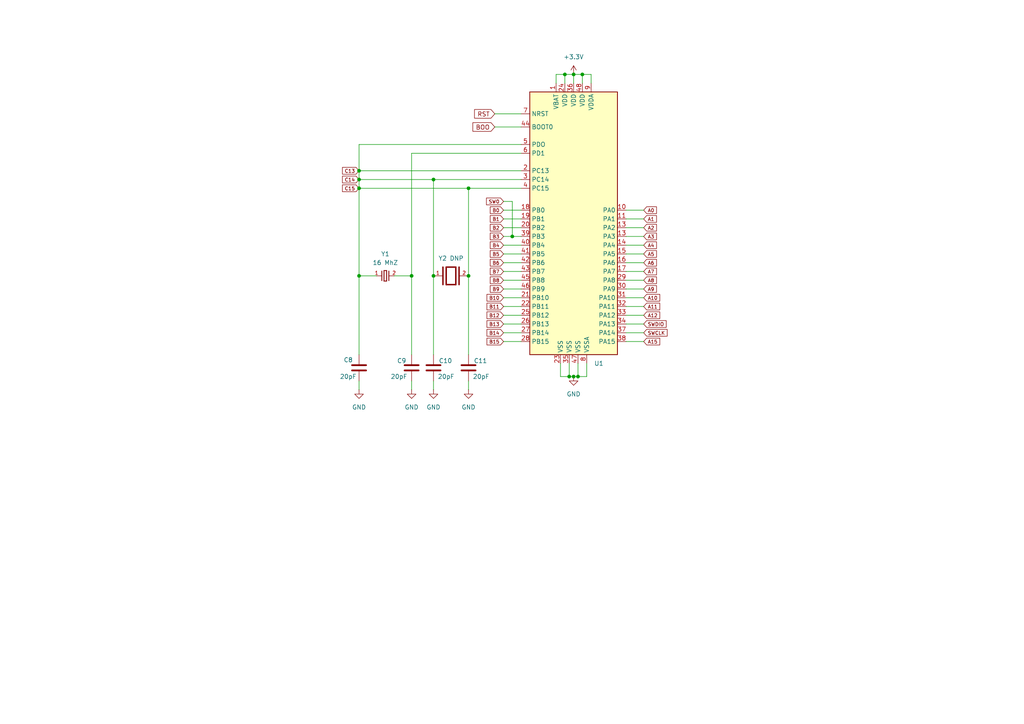
<source format=kicad_sch>
(kicad_sch (version 20250114) (generator "eeschema") (generator_version "9.0")
  (paper "A4")
  (lib_symbols
    (symbol "CM8V-T1A-32.768KHZ-12.5PF-20PPM-TA-QA:CM8V-T1A-32.768KHZ-12.5PF-20PPM-TA-QA" (pin_names (offset 1.016))
      (property "Reference" "Y" (at -5.0878 3.8159 0))
      (property "Value" "CM8V-T1A-32.768KHZ-12.5PF-20PPM-TA-QA" (at -5.0944 -5.0944 0))
      (symbol "CM8V-T1A-32.768KHZ-12.5PF-20PPM-TA-QA_0_0"
        (polyline (pts (xy -2.3368 2.54) (xy -2.3368 -2.54)) (stroke (width 0.4064)))
        (polyline (pts (xy -1.397 2.54) (xy -1.397 -2.54)) (stroke (width 0.4064)))
        (polyline (pts (xy -1.397 2.54) (xy 1.397 2.54)) (stroke (width 0.4064)))
        (polyline (pts (xy 1.397 2.54) (xy 1.397 -2.54)) (stroke (width 0.4064)))
        (polyline (pts (xy 1.397 -2.54) (xy -1.397 -2.54)) (stroke (width 0.4064)))
        (polyline (pts (xy 2.3368 2.54) (xy 2.3368 -2.54)) (stroke (width 0.4064)))
        (pin passive line (at -5.08 0 0) (length 2.54) (name "~") (number "1"))
        (pin passive line (at 5.08 0 180) (length 2.54) (name "~") (number "2"))
      )
    )
    (symbol "Device:C" (pin_numbers (hide yes)) (pin_names (offset 0.254))
      (property "Reference" "C" (at 0.635 2.54 0))
      (property "Value" "C" (at 0.635 -2.54 0))
      (symbol "C_0_1"
        (polyline (pts (xy -2.032 0.762) (xy 2.032 0.762)) (stroke (width 0.508)))
        (polyline (pts (xy -2.032 -0.762) (xy 2.032 -0.762)) (stroke (width 0.508)))
      )
      (symbol "C_1_1"
        (pin passive line (at 0 3.81 270) (length 2.794) (name "~") (number "1"))
        (pin passive line (at 0 -3.81 90) (length 2.794) (name "~") (number "2"))
      )
    )
    (symbol "LFXTAL003237:LFXTAL003237" (pin_names (offset 1.016))
      (property "Reference" "Y" (at -0.16 2.516 0))
      (property "Value" "LFXTAL003237" (at -2.66 -3.04 0))
      (symbol "LFXTAL003237_0_0"
        (polyline (pts (xy -2.54 0) (xy -1.016 0)) (stroke (width 0.1524)))
        (polyline (pts (xy -1.016 1.378) (xy -1.016 -1.378)) (stroke (width 0.254)))
        (polyline (pts (xy -0.381 1.524) (xy -0.381 -1.524)) (stroke (width 0.254)))
        (polyline (pts (xy -0.381 -1.524) (xy 0.381 -1.524)) (stroke (width 0.254)))
        (polyline (pts (xy 0.381 1.524) (xy -0.381 1.524)) (stroke (width 0.254)))
        (polyline (pts (xy 0.381 -1.524) (xy 0.381 1.524)) (stroke (width 0.254)))
        (polyline (pts (xy 1.016 1.378) (xy 1.016 -1.378)) (stroke (width 0.254)))
        (polyline (pts (xy 1.016 0) (xy 2.54 0)) (stroke (width 0.1524)))
        (pin passive line (at -2.54 0 0) (length 0) (name "~") (number "1"))
        (pin passive line (at 2.54 0 180) (length 0) (name "~") (number "2"))
      )
    )
    (symbol "greenpill:PROCESSOR"
      (property "Reference" "U" (at -10.16 34.29 0))
      (symbol "PROCESSOR_0_1"
        (rectangle (start -10.16 33.02) (end 15.24 -43.18) (stroke (width 0.254)) (fill (type background)))
      )
      (symbol "PROCESSOR_1_1"
        (pin input line (at -12.7 26.67 0) (length 2.54) (name "NRST") (number "7"))
        (pin output line (at -12.7 22.86 0) (length 2.54) (name "BOOT0") (number "44"))
        (pin input line (at -12.7 17.78 0) (length 2.54) (name "PDO") (number "5"))
        (pin input line (at -12.7 15.24 0) (length 2.54) (name "PD1") (number "6"))
        (pin input line (at -12.7 10.16 0) (length 2.54) (name "PC13") (number "2"))
        (pin input line (at -12.7 7.62 0) (length 2.54) (name "PC14") (number "3"))
        (pin input line (at -12.7 5.08 0) (length 2.54) (name "PC15") (number "4"))
        (pin bidirectional line (at -12.7 -1.27 0) (length 2.54) (name "PB0") (number "18"))
        (pin bidirectional line (at -12.7 -3.81 0) (length 2.54) (name "PB1") (number "19"))
        (pin bidirectional line (at -12.7 -6.35 0) (length 2.54) (name "PB2") (number "20"))
        (pin bidirectional line (at -12.7 -8.89 0) (length 2.54) (name "PB3") (number "39"))
        (pin bidirectional line (at -12.7 -11.43 0) (length 2.54) (name "PB4") (number "40"))
        (pin bidirectional line (at -12.7 -13.97 0) (length 2.54) (name "PB5") (number "41"))
        (pin bidirectional line (at -12.7 -16.51 0) (length 2.54) (name "PB6") (number "42"))
        (pin bidirectional line (at -12.7 -19.05 0) (length 2.54) (name "PB7") (number "43"))
        (pin bidirectional line (at -12.7 -21.59 0) (length 2.54) (name "PB8") (number "45"))
        (pin bidirectional line (at -12.7 -24.13 0) (length 2.54) (name "PB9") (number "46"))
        (pin bidirectional line (at -12.7 -26.67 0) (length 2.54) (name "PB10") (number "21"))
        (pin bidirectional line (at -12.7 -29.21 0) (length 2.54) (name "PB11") (number "22"))
        (pin bidirectional line (at -12.7 -31.75 0) (length 2.54) (name "PB12") (number "25"))
        (pin bidirectional line (at -12.7 -34.29 0) (length 2.54) (name "PB13") (number "26"))
        (pin bidirectional line (at -12.7 -36.83 0) (length 2.54) (name "PB14") (number "27"))
        (pin bidirectional line (at -12.7 -39.37 0) (length 2.54) (name "PB15") (number "28"))
        (pin power_in line (at -2.54 35.56 270) (length 2.54) (name "VBAT") (number "1"))
        (pin power_in line (at -1.27 -45.72 90) (length 2.54) (name "VSS") (number "23"))
        (pin power_in line (at 0 35.56 270) (length 2.54) (name "VDD") (number "24"))
        (pin power_in line (at 1.27 -45.72 90) (length 2.54) (name "VSS") (number "35"))
        (pin power_in line (at 2.54 35.56 270) (length 2.54) (name "VDD") (number "36"))
        (pin power_in line (at 3.81 -45.72 90) (length 2.54) (name "VSS") (number "47"))
        (pin power_in line (at 5.08 35.56 270) (length 2.54) (name "VDD") (number "48"))
        (pin power_in line (at 6.35 -45.72 90) (length 2.54) (name "VSSA") (number "8"))
        (pin power_in line (at 7.62 35.56 270) (length 2.54) (name "VDDA") (number "9"))
        (pin bidirectional line (at 17.78 -1.27 180) (length 2.54) (name "PA0") (number "10"))
        (pin bidirectional line (at 17.78 -3.81 180) (length 2.54) (name "PA1") (number "11"))
        (pin bidirectional line (at 17.78 -6.35 180) (length 2.54) (name "PA2") (number "13"))
        (pin bidirectional line (at 17.78 -8.89 180) (length 2.54) (name "PA3") (number "13"))
        (pin bidirectional line (at 17.78 -11.43 180) (length 2.54) (name "PA4") (number "14"))
        (pin bidirectional line (at 17.78 -13.97 180) (length 2.54) (name "PA5") (number "15"))
        (pin bidirectional line (at 17.78 -16.51 180) (length 2.54) (name "PA6") (number "16"))
        (pin bidirectional line (at 17.78 -19.05 180) (length 2.54) (name "PA7") (number "17"))
        (pin bidirectional line (at 17.78 -21.59 180) (length 2.54) (name "PA8") (number "29"))
        (pin bidirectional line (at 17.78 -24.13 180) (length 2.54) (name "PA9") (number "30"))
        (pin bidirectional line (at 17.78 -26.67 180) (length 2.54) (name "PA10") (number "31"))
        (pin bidirectional line (at 17.78 -29.21 180) (length 2.54) (name "PA11") (number "32"))
        (pin bidirectional line (at 17.78 -31.75 180) (length 2.54) (name "PA12") (number "33"))
        (pin bidirectional line (at 17.78 -34.29 180) (length 2.54) (name "PA13") (number "34"))
        (pin bidirectional line (at 17.78 -36.83 180) (length 2.54) (name "PA14") (number "37"))
        (pin bidirectional line (at 17.78 -39.37 180) (length 2.54) (name "PA15") (number "38"))
      )
    )
    (symbol "power:+3.3V" (power) (pin_numbers (hide yes)) (pin_names (offset 0) (hide yes))
      (property "Value" "+3.3V" (at 0 3.556 0))
      (symbol "+3.3V_0_1"
        (polyline (pts (xy -0.762 1.27) (xy 0 2.54)))
        (polyline (pts (xy 0 2.54) (xy 0.762 1.27)))
        (polyline (pts (xy 0 0) (xy 0 2.54)))
      )
      (symbol "+3.3V_1_1"
        (pin power_in line (at 0 0 90) (length 0) (name "~") (number "1"))
      )
    )
    (symbol "power:GND" (power) (pin_numbers (hide yes)) (pin_names (offset 0) (hide yes))
      (property "Value" "GND" (at 0 -3.81 0))
      (symbol "GND_0_1"
        (polyline (pts (xy 0 0) (xy 0 -1.27) (xy 1.27 -1.27) (xy 0 -2.54) (xy -1.27 -1.27) (xy 0 -1.27)))
      )
      (symbol "GND_1_1"
        (pin power_in line (at 0 0 270) (length 0) (name "~") (number "1"))
      )
    )
  )
  (junction (at 104.14 54.61))
  (junction (at 125.73 80.01))
  (junction (at 125.73 52.07))
  (junction (at 148.59 68.58))
  (junction (at 135.89 54.61))
  (junction (at 119.38 80.01))
  (junction (at 166.37 21.59))
  (junction (at 104.14 80.01))
  (junction (at 135.89 80.01))
  (junction (at 104.14 52.07))
  (junction (at 165.1 109.22))
  (junction (at 163.83 21.59))
  (junction (at 168.91 21.59))
  (junction (at 167.64 109.22))
  (junction (at 104.14 49.53))
  (junction (at 166.37 109.22))
  (wire (pts (xy 104.14 49.53) (xy 104.14 52.07)))
  (wire (pts (xy 146.05 93.98) (xy 151.13 93.98)))
  (wire (pts (xy 167.64 105.41) (xy 167.64 109.22)))
  (wire (pts (xy 143.51 33.02) (xy 151.13 33.02)))
  (wire (pts (xy 186.69 93.98) (xy 181.61 93.98)))
  (wire (pts (xy 170.18 109.22) (xy 170.18 105.41)))
  (wire (pts (xy 104.14 52.07) (xy 104.14 54.61)))
  (wire (pts (xy 186.69 83.82) (xy 181.61 83.82)))
  (wire (pts (xy 186.69 99.06) (xy 181.61 99.06)))
  (wire (pts (xy 109.22 80.01) (xy 104.14 80.01)))
  (wire (pts (xy 186.69 76.2) (xy 181.61 76.2)))
  (wire (pts (xy 167.64 109.22) (xy 170.18 109.22)))
  (wire (pts (xy 146.05 78.74) (xy 151.13 78.74)))
  (wire (pts (xy 186.69 88.9) (xy 181.61 88.9)))
  (wire (pts (xy 161.29 21.59) (xy 163.83 21.59)))
  (wire (pts (xy 186.69 71.12) (xy 181.61 71.12)))
  (wire (pts (xy 135.89 80.01) (xy 135.89 54.61)))
  (wire (pts (xy 146.05 63.5) (xy 151.13 63.5)))
  (wire (pts (xy 146.05 71.12) (xy 151.13 71.12)))
  (wire (pts (xy 165.1 105.41) (xy 165.1 109.22)))
  (wire (pts (xy 168.91 21.59) (xy 171.45 21.59)))
  (wire (pts (xy 171.45 21.59) (xy 171.45 24.13)))
  (wire (pts (xy 119.38 80.01) (xy 119.38 102.87)))
  (wire (pts (xy 186.69 66.04) (xy 181.61 66.04)))
  (wire (pts (xy 125.73 52.07) (xy 125.73 80.01)))
  (wire (pts (xy 186.69 96.52) (xy 181.61 96.52)))
  (wire (pts (xy 104.14 54.61) (xy 104.14 80.01)))
  (wire (pts (xy 146.05 91.44) (xy 151.13 91.44)))
  (wire (pts (xy 151.13 49.53) (xy 104.14 49.53)))
  (wire (pts (xy 146.05 66.04) (xy 151.13 66.04)))
  (wire (pts (xy 146.05 96.52) (xy 151.13 96.52)))
  (wire (pts (xy 143.51 36.83) (xy 151.13 36.83)))
  (wire (pts (xy 146.05 58.42) (xy 148.59 58.42)))
  (wire (pts (xy 162.56 109.22) (xy 165.1 109.22)))
  (wire (pts (xy 151.13 44.45) (xy 119.38 44.45)))
  (wire (pts (xy 186.69 73.66) (xy 181.61 73.66)))
  (wire (pts (xy 104.14 41.91) (xy 104.14 49.53)))
  (wire (pts (xy 146.05 83.82) (xy 151.13 83.82)))
  (wire (pts (xy 146.05 88.9) (xy 151.13 88.9)))
  (wire (pts (xy 148.59 68.58) (xy 151.13 68.58)))
  (wire (pts (xy 161.29 24.13) (xy 161.29 21.59)))
  (wire (pts (xy 146.05 73.66) (xy 151.13 73.66)))
  (wire (pts (xy 163.83 21.59) (xy 166.37 21.59)))
  (wire (pts (xy 104.14 110.49) (xy 104.14 113.03)))
  (wire (pts (xy 186.69 68.58) (xy 181.61 68.58)))
  (wire (pts (xy 186.69 81.28) (xy 181.61 81.28)))
  (wire (pts (xy 135.89 102.87) (xy 135.89 80.01)))
  (wire (pts (xy 148.59 68.58) (xy 148.59 58.42)))
  (wire (pts (xy 186.69 60.96) (xy 181.61 60.96)))
  (wire (pts (xy 186.69 86.36) (xy 181.61 86.36)))
  (wire (pts (xy 166.37 24.13) (xy 166.37 21.59)))
  (wire (pts (xy 166.37 21.59) (xy 168.91 21.59)))
  (wire (pts (xy 186.69 91.44) (xy 181.61 91.44)))
  (wire (pts (xy 119.38 110.49) (xy 119.38 113.03)))
  (wire (pts (xy 146.05 76.2) (xy 151.13 76.2)))
  (wire (pts (xy 165.1 109.22) (xy 166.37 109.22)))
  (wire (pts (xy 146.05 81.28) (xy 151.13 81.28)))
  (wire (pts (xy 135.89 54.61) (xy 151.13 54.61)))
  (wire (pts (xy 186.69 63.5) (xy 181.61 63.5)))
  (wire (pts (xy 104.14 52.07) (xy 125.73 52.07)))
  (wire (pts (xy 162.56 105.41) (xy 162.56 109.22)))
  (wire (pts (xy 135.89 110.49) (xy 135.89 113.03)))
  (wire (pts (xy 186.69 78.74) (xy 181.61 78.74)))
  (wire (pts (xy 151.13 41.91) (xy 104.14 41.91)))
  (wire (pts (xy 125.73 110.49) (xy 125.73 113.03)))
  (wire (pts (xy 119.38 44.45) (xy 119.38 80.01)))
  (wire (pts (xy 166.37 109.22) (xy 167.64 109.22)))
  (wire (pts (xy 125.73 80.01) (xy 125.73 102.87)))
  (wire (pts (xy 146.05 86.36) (xy 151.13 86.36)))
  (wire (pts (xy 168.91 24.13) (xy 168.91 21.59)))
  (wire (pts (xy 163.83 24.13) (xy 163.83 21.59)))
  (wire (pts (xy 104.14 80.01) (xy 104.14 102.87)))
  (wire (pts (xy 146.05 60.96) (xy 151.13 60.96)))
  (wire (pts (xy 146.05 99.06) (xy 151.13 99.06)))
  (wire (pts (xy 104.14 54.61) (xy 135.89 54.61)))
  (wire (pts (xy 114.3 80.01) (xy 119.38 80.01)))
  (wire (pts (xy 125.73 52.07) (xy 151.13 52.07)))
  (wire (pts (xy 146.05 68.58) (xy 148.59 68.58)))
  (global_label "B14" (shape input) (at 146.05 96.52 180) (effects (font (size 1 1))) (property "Intersheetrefs" "${INTERSHEET_REFS}" (effects (hide yes))))
  (global_label "SWCLK" (shape input) (at 186.69 96.52 0) (effects (font (size 1 1))) (property "Intersheetrefs" "${INTERSHEET_REFS}" (effects (hide yes))))
  (global_label "RST" (shape input) (at 143.51 33.02 180) (property "Intersheetrefs" "${INTERSHEET_REFS}" (effects (hide yes))))
  (global_label "A8" (shape input) (at 186.69 81.28 0) (effects (font (size 1 1))) (property "Intersheetrefs" "${INTERSHEET_REFS}" (effects (hide yes))))
  (global_label "A4" (shape input) (at 186.69 71.12 0) (effects (font (size 1 1))) (property "Intersheetrefs" "${INTERSHEET_REFS}" (effects (hide yes))))
  (global_label "A5" (shape input) (at 186.69 73.66 0) (effects (font (size 1 1))) (property "Intersheetrefs" "${INTERSHEET_REFS}" (effects (hide yes))))
  (global_label "B2" (shape input) (at 146.05 66.04 180) (effects (font (size 1 1))) (property "Intersheetrefs" "${INTERSHEET_REFS}" (effects (hide yes))))
  (global_label "C15" (shape input) (at 104.14 54.61 180) (effects (font (size 1 1))) (property "Intersheetrefs" "${INTERSHEET_REFS}" (effects (hide yes))))
  (global_label "A3" (shape input) (at 186.69 68.58 0) (effects (font (size 1 1))) (property "Intersheetrefs" "${INTERSHEET_REFS}" (effects (hide yes))))
  (global_label "B1" (shape input) (at 146.05 63.5 180) (effects (font (size 1 1))) (property "Intersheetrefs" "${INTERSHEET_REFS}" (effects (hide yes))))
  (global_label "C14" (shape input) (at 104.14 52.07 180) (effects (font (size 1 1))) (property "Intersheetrefs" "${INTERSHEET_REFS}" (effects (hide yes))))
  (global_label "BOO" (shape input) (at 143.51 36.83 180) (property "Intersheetrefs" "${INTERSHEET_REFS}" (effects (hide yes))))
  (global_label "B13" (shape input) (at 146.05 93.98 180) (effects (font (size 1 1))) (property "Intersheetrefs" "${INTERSHEET_REFS}" (effects (hide yes))))
  (global_label "A15" (shape input) (at 186.69 99.06 0) (effects (font (size 1 1))) (property "Intersheetrefs" "${INTERSHEET_REFS}" (effects (hide yes))))
  (global_label "SWDIO" (shape input) (at 186.69 93.98 0) (effects (font (size 1 1))) (property "Intersheetrefs" "${INTERSHEET_REFS}" (effects (hide yes))))
  (global_label "A1" (shape input) (at 186.69 63.5 0) (effects (font (size 1 1))) (property "Intersheetrefs" "${INTERSHEET_REFS}" (effects (hide yes))))
  (global_label "B7" (shape input) (at 146.05 78.74 180) (effects (font (size 1 1))) (property "Intersheetrefs" "${INTERSHEET_REFS}" (effects (hide yes))))
  (global_label "A7" (shape input) (at 186.69 78.74 0) (effects (font (size 1 1))) (property "Intersheetrefs" "${INTERSHEET_REFS}" (effects (hide yes))))
  (global_label "B5" (shape input) (at 146.05 73.66 180) (effects (font (size 1 1))) (property "Intersheetrefs" "${INTERSHEET_REFS}" (effects (hide yes))))
  (global_label "B9" (shape input) (at 146.05 83.82 180) (effects (font (size 1 1))) (property "Intersheetrefs" "${INTERSHEET_REFS}" (effects (hide yes))))
  (global_label "SW0" (shape input) (at 146.05 58.42 180) (effects (font (size 1 1))) (property "Intersheetrefs" "${INTERSHEET_REFS}" (effects (hide yes))))
  (global_label "B0" (shape input) (at 146.05 60.96 180) (effects (font (size 1 1))) (property "Intersheetrefs" "${INTERSHEET_REFS}" (effects (hide yes))))
  (global_label "A0" (shape input) (at 186.69 60.96 0) (effects (font (size 1 1))) (property "Intersheetrefs" "${INTERSHEET_REFS}" (effects (hide yes))))
  (global_label "B12" (shape input) (at 146.05 91.44 180) (effects (font (size 1 1))) (property "Intersheetrefs" "${INTERSHEET_REFS}" (effects (hide yes))))
  (global_label "B8" (shape input) (at 146.05 81.28 180) (effects (font (size 1 1))) (property "Intersheetrefs" "${INTERSHEET_REFS}" (effects (hide yes))))
  (global_label "B10" (shape input) (at 146.05 86.36 180) (effects (font (size 1 1))) (property "Intersheetrefs" "${INTERSHEET_REFS}" (effects (hide yes))))
  (global_label "B6" (shape input) (at 146.05 76.2 180) (effects (font (size 1 1))) (property "Intersheetrefs" "${INTERSHEET_REFS}" (effects (hide yes))))
  (global_label "B15" (shape input) (at 146.05 99.06 180) (effects (font (size 1 1))) (property "Intersheetrefs" "${INTERSHEET_REFS}" (effects (hide yes))))
  (global_label "A6" (shape input) (at 186.69 76.2 0) (effects (font (size 1 1))) (property "Intersheetrefs" "${INTERSHEET_REFS}" (effects (hide yes))))
  (global_label "A12" (shape input) (at 186.69 91.44 0) (effects (font (size 1 1))) (property "Intersheetrefs" "${INTERSHEET_REFS}" (effects (hide yes))))
  (global_label "A2" (shape input) (at 186.69 66.04 0) (effects (font (size 1 1))) (property "Intersheetrefs" "${INTERSHEET_REFS}" (effects (hide yes))))
  (global_label "A10" (shape input) (at 186.69 86.36 0) (effects (font (size 1 1))) (property "Intersheetrefs" "${INTERSHEET_REFS}" (effects (hide yes))))
  (global_label "B11" (shape input) (at 146.05 88.9 180) (effects (font (size 1 1))) (property "Intersheetrefs" "${INTERSHEET_REFS}" (effects (hide yes))))
  (global_label "C13" (shape input) (at 104.14 49.53 180) (effects (font (size 1 1))) (property "Intersheetrefs" "${INTERSHEET_REFS}" (effects (hide yes))))
  (global_label "B3" (shape input) (at 146.05 68.58 180) (effects (font (size 1 1))) (property "Intersheetrefs" "${INTERSHEET_REFS}" (effects (hide yes))))
  (global_label "A9" (shape input) (at 186.69 83.82 0) (effects (font (size 1 1))) (property "Intersheetrefs" "${INTERSHEET_REFS}" (effects (hide yes))))
  (global_label "A11" (shape input) (at 186.69 88.9 0) (effects (font (size 1 1))) (property "Intersheetrefs" "${INTERSHEET_REFS}" (effects (hide yes))))
  (global_label "B4" (shape input) (at 146.05 71.12 180) (effects (font (size 1 1))) (property "Intersheetrefs" "${INTERSHEET_REFS}" (effects (hide yes))))
  (symbol (lib_id "LFXTAL003237:LFXTAL003237") (at 111.76 80.01 0) (unit 1)
    (property "Reference" "Y1" (at 111.76 73.66 0))
    (property "Value" "16 MhZ" (at 111.76 76.2 0))
    (property "Footprint" "LFXTAL003237:WE-XTAL_HC49_4HSMX" (effects (hide yes)))
    (property "DigiKey_Part_Number" "1923-LFXTAL003237CT-ND" (effects (hide yes)))
    (property "SnapEDA_Link" "https://www.snapeda.com/parts/LFXTAL003237/IQD+Frequency+Products/view-part/?ref=snap" (effects (hide yes)))
    (property "Description_1" "16 MHz ±30ppm Crystal 16pF 40 Ohms HC-49/US" (effects (hide yes)))
    (property "Package" "HC-49/US IQD Frequency Products" (effects (hide yes)))
    (property "Check_prices" "https://www.snapeda.com/parts/LFXTAL003237/IQD+Frequency+Products/view-part/?ref=eda" (effects (hide yes)))
    (property "MF" "IQD Frequency Products" (effects (hide yes)))
    (property "MP" "LFXTAL003237" (effects (hide yes)))
    (property "MANUFACTURER" "IQD Frequency Products" (effects (hide yes)))
  )
  (symbol (lib_id "Device:C") (at 135.89 106.68 0) (mirror y) (unit 1)
    (property "Reference" "C11" (at 137.414 104.648 0) (effects (justify right)))
    (property "Value" "20pF" (at 141.986 109.22 0) (effects (justify left)))
    (property "Description" "Unpolarized capacitor" (effects (hide yes)))
  )
  (symbol (lib_id "power:GND") (at 135.89 113.03 0) (unit 1)
    (property "Reference" "#PWR06" (effects (hide yes)))
    (property "Value" "GND" (at 135.89 118.11 0))
    (property "Description" "Power symbol creates a global label with name \"GND\" , ground" (effects (hide yes)))
  )
  (symbol (lib_id "power:GND") (at 119.38 113.03 0) (unit 1)
    (property "Reference" "#PWR03" (effects (hide yes)))
    (property "Value" "GND" (at 119.38 118.11 0))
    (property "Description" "Power symbol creates a global label with name \"GND\" , ground" (effects (hide yes)))
  )
  (symbol (lib_id "power:+3.3V") (at 166.37 21.59 0) (unit 1)
    (property "Reference" "#PWR01" (effects (hide yes)))
    (property "Value" "+3.3V" (at 166.37 16.51 0))
    (property "Description" "Power symbol creates a global label with name \"+3.3V\"" (effects (hide yes)))
  )
  (symbol (lib_id "power:GND") (at 166.37 109.22 0) (unit 1)
    (property "Reference" "#PWR02" (effects (hide yes)))
    (property "Value" "GND" (at 166.37 114.3 0))
    (property "Description" "Power symbol creates a global label with name \"GND\" , ground" (effects (hide yes)))
  )
  (symbol (lib_id "greenpill:PROCESSOR") (at 163.83 59.69 0) (unit 1)
    (property "Reference" "U1" (at 172.3233 105.41 0) (effects (justify left)))
    (property "Value" "PROCESSOR" (effects (hide yes)))
    (property "Footprint" "Package_DIP:DIP-40_W15.24mm" (effects (hide yes)))
    (property "Datasheet" "http://www.cosmacelf.com/publications/data-sheets/cdp1802.pdf" (effects (hide yes)))
    (property "Description" "8-bit, General Purpose, 5V, 3.2 MHz, DIP-40" (effects (hide yes)))
  )
  (symbol (lib_id "Device:C") (at 119.38 106.68 0) (unit 1)
    (property "Reference" "C9" (at 117.856 104.648 0) (effects (justify right)))
    (property "Value" "20pF" (at 113.284 109.22 0) (effects (justify left)))
    (property "Description" "Unpolarized capacitor" (effects (hide yes)))
  )
  (symbol (lib_id "power:GND") (at 125.73 113.03 0) (unit 1)
    (property "Reference" "#PWR05" (effects (hide yes)))
    (property "Value" "GND" (at 125.73 118.11 0))
    (property "Description" "Power symbol creates a global label with name \"GND\" , ground" (effects (hide yes)))
  )
  (symbol (lib_id "power:GND") (at 104.14 113.03 0) (unit 1)
    (property "Reference" "#PWR04" (effects (hide yes)))
    (property "Value" "GND" (at 104.14 118.11 0))
    (property "Description" "Power symbol creates a global label with name \"GND\" , ground" (effects (hide yes)))
  )
  (symbol (lib_id "Device:C") (at 104.14 106.68 0) (unit 1)
    (property "Reference" "C8" (at 102.362 104.394 0) (effects (justify right)))
    (property "Value" "20pF" (at 98.552 109.22 0) (effects (justify left)))
    (property "Description" "Unpolarized capacitor" (effects (hide yes)))
  )
  (symbol (lib_id "CM8V-T1A-32.768KHZ-12.5PF-20PPM-TA-QA:CM8V-T1A-32.768KHZ-12.5PF-20PPM-TA-QA") (at 130.81 80.01 0) (unit 1)
    (property "Reference" "Y1" (effects (hide yes)))
    (property "Value" "Y2 DNP" (at 130.81 74.93 0))
    (property "Footprint" "CM8V-T1A-32.768KHZ-12.5PF-20PPM-TA-QA:XTAL_CM8V-T1A-32.768KHZ-12.5PF-20PPM-TA-QA" (effects (hide yes)))
    (property "MF" "Micro Crystal AG" (effects (hide yes)))
    (property "MAXIMUM_PACKAGE_HEIGHT" "0.6 mm" (effects (hide yes)))
    (property "Package" "SMD-2 Micro Crystal" (effects (hide yes)))
    (property "Price" "None" (effects (hide yes)))
    (property "Check_prices" "https://www.snapeda.com/parts/CM8V-T1A-32.768KHZ-12.5PF-20PPM-TA-QA/Micro+Crystal+AG/view-part/?ref=eda" (effects (hide yes)))
    (property "STANDARD" "Manufacturer Recommendations" (effects (hide yes)))
    (property "PARTREV" "1.3/03.2021" (effects (hide yes)))
    (property "SnapEDA_Link" "https://www.snapeda.com/parts/CM8V-T1A-32.768KHZ-12.5PF-20PPM-TA-QA/Micro+Crystal+AG/view-part/?ref=snap" (effects (hide yes)))
    (property "MP" "CM8V-T1A-32.768KHZ-12.5PF-20PPM-TA-QA" (effects (hide yes)))
    (property "Description_1" "32.768 kHz ±20ppm Crystal 12.5pF 70 kOhms 2-SMD, No Lead" (effects (hide yes)))
    (property "Availability" "In Stock" (effects (hide yes)))
    (property "MANUFACTURER" "Micro Crystal" (effects (hide yes)))
  )
  (symbol (lib_id "Device:C") (at 125.73 106.68 0) (mirror y) (unit 1)
    (property "Reference" "C10" (at 127.254 104.648 0) (effects (justify right)))
    (property "Value" "20pF" (at 131.826 109.22 0) (effects (justify left)))
    (property "Description" "Unpolarized capacitor" (effects (hide yes)))
  )
)
</source>
